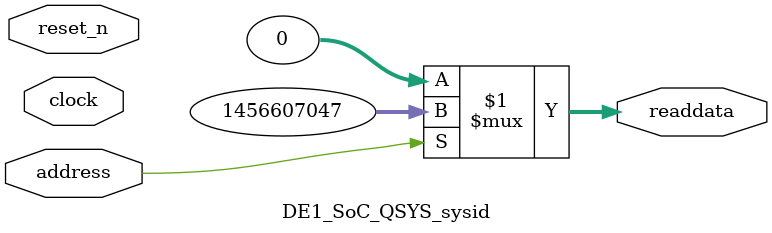
<source format=v>



// synthesis translate_off
`timescale 1ns / 1ps
// synthesis translate_on

// turn off superfluous verilog processor warnings 
// altera message_level Level1 
// altera message_off 10034 10035 10036 10037 10230 10240 10030 

module DE1_SoC_QSYS_sysid (
               // inputs:
                address,
                clock,
                reset_n,

               // outputs:
                readdata
             )
;

  output  [ 31: 0] readdata;
  input            address;
  input            clock;
  input            reset_n;

  wire    [ 31: 0] readdata;
  //control_slave, which is an e_avalon_slave
  assign readdata = address ? 1456607047 : 0;

endmodule




</source>
